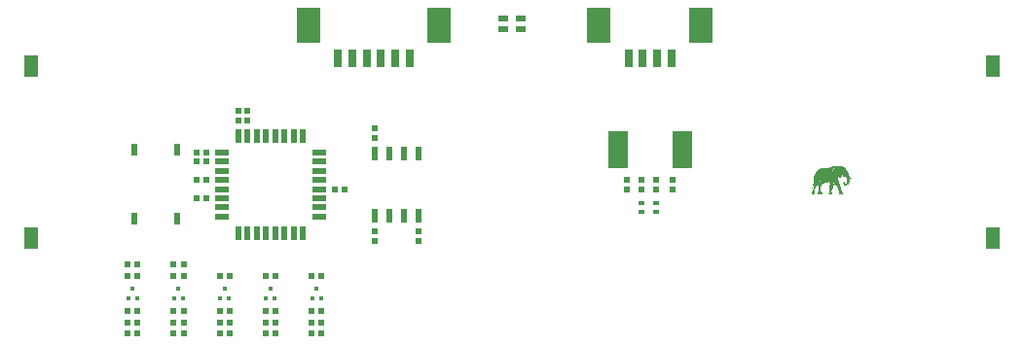
<source format=gts>
G04*
G04 #@! TF.GenerationSoftware,Altium Limited,Altium Designer,22.1.2 (22)*
G04*
G04 Layer_Color=8388736*
%FSLAX25Y25*%
%MOIN*%
G70*
G04*
G04 #@! TF.SameCoordinates,275DE8A0-DEE6-4034-A094-DBE044462E3A*
G04*
G04*
G04 #@! TF.FilePolarity,Negative*
G04*
G01*
G75*
%ADD27R,0.04803X0.07362*%
%ADD28R,0.02126X0.01929*%
%ADD29R,0.02441X0.04803*%
%ADD30R,0.07126X0.12677*%
%ADD31R,0.02244X0.01260*%
%ADD32R,0.01929X0.02126*%
%ADD33R,0.01654X0.01654*%
%ADD34R,0.02047X0.04016*%
%ADD35R,0.02047X0.04803*%
%ADD36R,0.04803X0.02047*%
%ADD37R,0.07953X0.11890*%
%ADD38R,0.03032X0.05984*%
%ADD39R,0.03228X0.02047*%
G36*
X110681Y14153D02*
X110947D01*
Y14087D01*
X111480D01*
Y14153D01*
X112146D01*
Y14087D01*
X112811D01*
Y14020D01*
X113211D01*
Y13954D01*
X113477D01*
Y13887D01*
X113544D01*
Y13821D01*
X113677D01*
Y13754D01*
X113810D01*
Y13688D01*
X113876D01*
Y13621D01*
X113943D01*
Y13554D01*
X114010D01*
Y13488D01*
X114076D01*
Y13421D01*
X114143D01*
Y13355D01*
X114209D01*
Y13288D01*
Y13221D01*
X114143D01*
Y13155D01*
Y13088D01*
X114209D01*
Y13155D01*
X114276D01*
Y13221D01*
X114342D01*
Y13155D01*
Y13088D01*
X114409D01*
Y13022D01*
Y12955D01*
X114542D01*
Y12889D01*
X114476D01*
Y12822D01*
X114609D01*
Y12755D01*
X114675D01*
Y12689D01*
Y12622D01*
Y12556D01*
X114742D01*
Y12489D01*
X114808D01*
Y12423D01*
Y12356D01*
X114875D01*
Y12290D01*
Y12223D01*
Y12156D01*
X114942D01*
Y12090D01*
Y12023D01*
X115008D01*
Y11957D01*
Y11890D01*
X115075D01*
Y11823D01*
Y11757D01*
X115141D01*
Y11690D01*
X115208D01*
Y11624D01*
Y11557D01*
X115275D01*
Y11491D01*
Y11424D01*
X115341D01*
Y11357D01*
X115408D01*
Y11291D01*
X115341D01*
Y11224D01*
X115408D01*
Y11158D01*
X115474D01*
Y11091D01*
Y11025D01*
Y10958D01*
X115541D01*
Y10892D01*
Y10825D01*
Y10758D01*
X115607D01*
Y10692D01*
Y10625D01*
Y10559D01*
Y10492D01*
Y10425D01*
X115674D01*
Y10359D01*
Y10292D01*
X116539D01*
Y10226D01*
X116473D01*
Y10159D01*
X116340D01*
Y10093D01*
X116073D01*
Y10026D01*
X116473D01*
Y9960D01*
X116406D01*
Y9893D01*
X116340D01*
Y9960D01*
X116273D01*
Y9893D01*
X116207D01*
Y9826D01*
X115741D01*
Y9760D01*
Y9693D01*
Y9627D01*
Y9560D01*
Y9493D01*
Y9427D01*
Y9360D01*
Y9294D01*
Y9227D01*
Y9161D01*
X115674D01*
Y9094D01*
Y9027D01*
Y8961D01*
Y8894D01*
X115607D01*
Y8828D01*
X115541D01*
Y8761D01*
X115607D01*
Y8695D01*
X115541D01*
Y8628D01*
X115474D01*
Y8562D01*
X115408D01*
Y8495D01*
X115474D01*
Y8428D01*
X115408D01*
Y8362D01*
Y8295D01*
X115341D01*
Y8362D01*
X115275D01*
Y8295D01*
X115341D01*
Y8229D01*
Y8162D01*
X115275D01*
Y8095D01*
X115208D01*
Y8029D01*
Y7962D01*
X115141D01*
Y7896D01*
X115008D01*
Y7829D01*
Y7763D01*
X114875D01*
Y7696D01*
X114808D01*
Y7630D01*
X114675D01*
Y7563D01*
X114476D01*
Y7496D01*
X114143D01*
Y7563D01*
X113943D01*
Y7630D01*
X113810D01*
Y7696D01*
X113743D01*
Y7763D01*
X113677D01*
Y7829D01*
X113610D01*
Y7896D01*
Y7962D01*
Y8029D01*
X113544D01*
Y8095D01*
Y8162D01*
X113477D01*
Y8229D01*
Y8295D01*
Y8362D01*
Y8428D01*
X113544D01*
Y8495D01*
X113610D01*
Y8562D01*
X113544D01*
Y8628D01*
X113610D01*
Y8695D01*
Y8761D01*
X113677D01*
Y8828D01*
X113743D01*
Y8894D01*
X113810D01*
Y8961D01*
X114010D01*
Y8894D01*
X114076D01*
Y8828D01*
Y8761D01*
X114010D01*
Y8695D01*
X114076D01*
Y8628D01*
Y8562D01*
X114010D01*
Y8495D01*
X113943D01*
Y8428D01*
Y8362D01*
Y8295D01*
X114010D01*
Y8229D01*
X114143D01*
Y8162D01*
X114342D01*
Y8229D01*
X114476D01*
Y8295D01*
X114542D01*
Y8362D01*
X114609D01*
Y8428D01*
Y8495D01*
Y8562D01*
X114675D01*
Y8628D01*
X114742D01*
Y8695D01*
X114675D01*
Y8761D01*
X114742D01*
Y8828D01*
Y8894D01*
Y8961D01*
Y9027D01*
Y9094D01*
Y9161D01*
Y9227D01*
Y9294D01*
Y9360D01*
Y9427D01*
Y9493D01*
Y9560D01*
X114808D01*
Y9627D01*
X114742D01*
Y9693D01*
Y9760D01*
X114675D01*
Y9826D01*
Y9893D01*
X114609D01*
Y9960D01*
Y10026D01*
Y10093D01*
X114542D01*
Y10159D01*
Y10226D01*
X114476D01*
Y10292D01*
Y10359D01*
X114409D01*
Y10425D01*
X114010D01*
Y10359D01*
X113810D01*
Y10425D01*
X113743D01*
Y10492D01*
X113610D01*
Y10559D01*
X113544D01*
Y10625D01*
X113410D01*
Y10692D01*
X112944D01*
Y10625D01*
X112878D01*
Y10559D01*
X112745D01*
Y10492D01*
Y10425D01*
X112545D01*
Y10359D01*
Y10292D01*
X112412D01*
Y10226D01*
X112279D01*
Y10292D01*
X112212D01*
Y10226D01*
X112079D01*
Y10292D01*
X111946D01*
Y10359D01*
X111813D01*
Y10425D01*
X111680D01*
Y10492D01*
Y10559D01*
X111613D01*
Y10492D01*
X111547D01*
Y10559D01*
X111480D01*
Y10625D01*
X111413D01*
Y10692D01*
Y10758D01*
X111480D01*
Y10825D01*
X111347D01*
Y10758D01*
Y10692D01*
X111280D01*
Y10758D01*
X111214D01*
Y10825D01*
X111147D01*
Y10892D01*
X111081D01*
Y10958D01*
X111014D01*
Y11025D01*
X110947D01*
Y11091D01*
X110881D01*
Y11158D01*
X110814D01*
Y11224D01*
Y11291D01*
X110748D01*
Y11357D01*
X110681D01*
Y11424D01*
X110615D01*
Y11491D01*
Y11557D01*
X110548D01*
Y11624D01*
X110481D01*
Y11690D01*
Y11757D01*
X110415D01*
Y11690D01*
Y11624D01*
X110481D01*
Y11557D01*
Y11491D01*
X110548D01*
Y11424D01*
Y11357D01*
X110615D01*
Y11291D01*
X110681D01*
Y11224D01*
X110748D01*
Y11158D01*
Y11091D01*
X110814D01*
Y11025D01*
X110881D01*
Y10958D01*
X110947D01*
Y10892D01*
X111014D01*
Y10825D01*
X111081D01*
Y10758D01*
X111214D01*
Y10692D01*
X111280D01*
Y10625D01*
X111347D01*
Y10559D01*
X111413D01*
Y10492D01*
X111547D01*
Y10425D01*
X111613D01*
Y10359D01*
Y10292D01*
X111746D01*
Y10226D01*
Y10159D01*
Y10093D01*
Y10026D01*
Y9960D01*
Y9893D01*
Y9826D01*
Y9760D01*
X111813D01*
Y9693D01*
Y9627D01*
Y9560D01*
Y9493D01*
Y9427D01*
Y9360D01*
Y9294D01*
Y9227D01*
X111879D01*
Y9161D01*
X111946D01*
Y9094D01*
Y9027D01*
Y8961D01*
X112013D01*
Y8894D01*
Y8828D01*
X112079D01*
Y8761D01*
Y8695D01*
Y8628D01*
Y8562D01*
Y8495D01*
X112146D01*
Y8428D01*
Y8362D01*
Y8295D01*
X112212D01*
Y8229D01*
Y8162D01*
X112146D01*
Y8095D01*
X112212D01*
Y8029D01*
X112279D01*
Y7962D01*
Y7896D01*
X112212D01*
Y7829D01*
X112279D01*
Y7763D01*
Y7696D01*
X112345D01*
Y7630D01*
Y7563D01*
Y7496D01*
X112412D01*
Y7430D01*
Y7363D01*
Y7297D01*
Y7230D01*
X112478D01*
Y7164D01*
Y7097D01*
Y7030D01*
X112545D01*
Y6964D01*
X112478D01*
Y6897D01*
X112545D01*
Y6831D01*
X112612D01*
Y6764D01*
Y6697D01*
Y6631D01*
X112678D01*
Y6564D01*
Y6498D01*
Y6431D01*
X112745D01*
Y6365D01*
X112678D01*
Y6298D01*
X112745D01*
Y6231D01*
Y6165D01*
X112811D01*
Y6098D01*
X112745D01*
Y6032D01*
X112811D01*
Y5965D01*
Y5899D01*
Y5832D01*
Y5765D01*
Y5699D01*
X112878D01*
Y5632D01*
Y5566D01*
Y5499D01*
X112944D01*
Y5433D01*
Y5366D01*
X113011D01*
Y5300D01*
Y5233D01*
X113078D01*
Y5166D01*
Y5100D01*
X113144D01*
Y5033D01*
X113211D01*
Y4967D01*
Y4900D01*
X113277D01*
Y4834D01*
X113344D01*
Y4767D01*
X113410D01*
Y4700D01*
Y4634D01*
X113344D01*
Y4567D01*
X113144D01*
Y4501D01*
X112545D01*
Y4434D01*
X112478D01*
Y4501D01*
X112013D01*
Y4567D01*
Y4634D01*
X111946D01*
Y4700D01*
Y4767D01*
Y4834D01*
Y4900D01*
X112013D01*
Y4967D01*
Y5033D01*
X112079D01*
Y5100D01*
X112146D01*
Y5166D01*
Y5233D01*
X112079D01*
Y5300D01*
Y5366D01*
Y5433D01*
X112013D01*
Y5499D01*
Y5566D01*
Y5632D01*
X111946D01*
Y5699D01*
Y5765D01*
Y5832D01*
X111879D01*
Y5899D01*
Y5965D01*
X111813D01*
Y6032D01*
Y6098D01*
X111746D01*
Y6165D01*
Y6231D01*
X111680D01*
Y6298D01*
Y6365D01*
X111613D01*
Y6431D01*
X111547D01*
Y6498D01*
Y6564D01*
X111480D01*
Y6631D01*
X111547D01*
Y6697D01*
X111413D01*
Y6764D01*
Y6831D01*
Y6897D01*
X111280D01*
Y6964D01*
Y7030D01*
X111214D01*
Y7097D01*
Y7164D01*
X111147D01*
Y7230D01*
X111081D01*
Y7297D01*
X111214D01*
Y7363D01*
X111014D01*
Y7430D01*
X110947D01*
Y7496D01*
Y7563D01*
X110881D01*
Y7630D01*
X110814D01*
Y7696D01*
X110748D01*
Y7763D01*
X110681D01*
Y7829D01*
X110615D01*
Y7896D01*
X110548D01*
Y7962D01*
X110481D01*
Y8029D01*
X110415D01*
Y8095D01*
X110348D01*
Y8162D01*
X110282D01*
Y8229D01*
X110215D01*
Y8295D01*
Y8362D01*
X110149D01*
Y8428D01*
X110082D01*
Y8495D01*
Y8562D01*
X110015D01*
Y8628D01*
X109949D01*
Y8695D01*
Y8761D01*
X109882D01*
Y8828D01*
Y8894D01*
X109816D01*
Y8961D01*
Y9027D01*
X109749D01*
Y8961D01*
Y8894D01*
X109816D01*
Y8828D01*
Y8761D01*
X109882D01*
Y8695D01*
Y8628D01*
X109949D01*
Y8562D01*
Y8495D01*
X110015D01*
Y8428D01*
X110082D01*
Y8362D01*
Y8295D01*
X110149D01*
Y8229D01*
X110215D01*
Y8162D01*
Y8095D01*
X110282D01*
Y8029D01*
Y7962D01*
Y7896D01*
Y7829D01*
X110215D01*
Y7763D01*
Y7696D01*
Y7630D01*
X110149D01*
Y7563D01*
Y7496D01*
Y7430D01*
X110082D01*
Y7363D01*
Y7297D01*
X110015D01*
Y7230D01*
Y7164D01*
Y7097D01*
X109949D01*
Y7030D01*
Y6964D01*
Y6897D01*
X109882D01*
Y6831D01*
Y6764D01*
Y6697D01*
Y6631D01*
X109816D01*
Y6564D01*
Y6498D01*
Y6431D01*
Y6365D01*
X109749D01*
Y6298D01*
Y6231D01*
Y6165D01*
X109683D01*
Y6098D01*
Y6032D01*
X109616D01*
Y5965D01*
Y5899D01*
Y5832D01*
X109549D01*
Y5765D01*
Y5699D01*
X109483D01*
Y5632D01*
Y5566D01*
Y5499D01*
Y5433D01*
Y5366D01*
X109416D01*
Y5300D01*
Y5233D01*
X109483D01*
Y5166D01*
Y5100D01*
Y5033D01*
X109549D01*
Y4967D01*
X109616D01*
Y4900D01*
X109683D01*
Y4834D01*
X109749D01*
Y4767D01*
X109816D01*
Y4700D01*
Y4634D01*
X109882D01*
Y4567D01*
Y4501D01*
Y4434D01*
X109749D01*
Y4368D01*
X108884D01*
Y4434D01*
X108684D01*
Y4368D01*
X108351D01*
Y4434D01*
X108284D01*
Y4501D01*
Y4567D01*
Y4634D01*
Y4700D01*
X108351D01*
Y4767D01*
Y4834D01*
X108418D01*
Y4900D01*
X108551D01*
Y4967D01*
Y5033D01*
Y5100D01*
X108617D01*
Y5166D01*
X108551D01*
Y5233D01*
Y5300D01*
Y5366D01*
Y5433D01*
Y5499D01*
Y5566D01*
Y5632D01*
Y5699D01*
Y5765D01*
Y5832D01*
Y5899D01*
X108617D01*
Y5965D01*
Y6032D01*
Y6098D01*
Y6165D01*
Y6231D01*
Y6298D01*
Y6365D01*
Y6431D01*
X108684D01*
Y6498D01*
Y6564D01*
Y6631D01*
Y6697D01*
Y6764D01*
X108750D01*
Y6831D01*
Y6897D01*
Y6964D01*
Y7030D01*
Y7097D01*
Y7164D01*
X108817D01*
Y7230D01*
Y7297D01*
Y7363D01*
Y7430D01*
Y7496D01*
Y7563D01*
Y7630D01*
Y7696D01*
Y7763D01*
Y7829D01*
Y7896D01*
Y7962D01*
X108884D01*
Y8029D01*
X108817D01*
Y8095D01*
Y8162D01*
Y8229D01*
Y8295D01*
Y8362D01*
Y8428D01*
Y8495D01*
Y8562D01*
X108750D01*
Y8628D01*
Y8695D01*
Y8761D01*
X108617D01*
Y8695D01*
X108484D01*
Y8628D01*
X108351D01*
Y8562D01*
X108218D01*
Y8495D01*
X108018D01*
Y8428D01*
X107818D01*
Y8362D01*
X107486D01*
Y8295D01*
X107352D01*
Y8362D01*
X107153D01*
Y8295D01*
X106687D01*
Y8362D01*
X106620D01*
Y8295D01*
X106687D01*
Y8229D01*
X106554D01*
Y8162D01*
Y8095D01*
X106487D01*
Y8029D01*
X106421D01*
Y7962D01*
X106354D01*
Y7896D01*
X106287D01*
Y7829D01*
X106221D01*
Y7763D01*
X106154D01*
Y7696D01*
X106088D01*
Y7630D01*
X106021D01*
Y7563D01*
Y7496D01*
X105955D01*
Y7430D01*
Y7363D01*
Y7297D01*
X105888D01*
Y7230D01*
Y7164D01*
X105821D01*
Y7097D01*
Y7030D01*
Y6964D01*
X105755D01*
Y6897D01*
Y6831D01*
Y6764D01*
Y6697D01*
X105821D01*
Y6631D01*
Y6564D01*
Y6498D01*
Y6431D01*
Y6365D01*
Y6298D01*
Y6231D01*
Y6165D01*
Y6098D01*
Y6032D01*
Y5965D01*
Y5899D01*
Y5832D01*
Y5765D01*
Y5699D01*
Y5632D01*
X105888D01*
Y5566D01*
Y5499D01*
Y5433D01*
X105955D01*
Y5366D01*
Y5300D01*
X106021D01*
Y5233D01*
X106088D01*
Y5166D01*
X106154D01*
Y5100D01*
X106221D01*
Y5033D01*
X106287D01*
Y4967D01*
X106354D01*
Y4900D01*
X106421D01*
Y4834D01*
X106487D01*
Y4767D01*
Y4700D01*
Y4634D01*
X106421D01*
Y4567D01*
X104956D01*
Y4634D01*
X104823D01*
Y4700D01*
Y4767D01*
Y4834D01*
Y4900D01*
Y4967D01*
Y5033D01*
Y5100D01*
Y5166D01*
Y5233D01*
Y5300D01*
Y5366D01*
Y5433D01*
Y5499D01*
Y5566D01*
X104889D01*
Y5632D01*
Y5699D01*
Y5765D01*
Y5832D01*
Y5899D01*
X104956D01*
Y5965D01*
Y6032D01*
Y6098D01*
Y6165D01*
Y6231D01*
Y6298D01*
Y6365D01*
Y6431D01*
Y6498D01*
Y6564D01*
Y6631D01*
Y6697D01*
Y6764D01*
Y6831D01*
Y6897D01*
Y6964D01*
X104889D01*
Y7030D01*
Y7097D01*
Y7164D01*
Y7230D01*
Y7297D01*
Y7363D01*
Y7430D01*
X104823D01*
Y7496D01*
X104756D01*
Y7563D01*
X104690D01*
Y7630D01*
X104756D01*
Y7696D01*
X104823D01*
Y7763D01*
X104889D01*
Y7829D01*
X104956D01*
Y7896D01*
X105023D01*
Y7962D01*
Y8029D01*
X105089D01*
Y8095D01*
X105222D01*
Y8162D01*
Y8229D01*
Y8295D01*
X105156D01*
Y8229D01*
X105089D01*
Y8162D01*
X105023D01*
Y8095D01*
X104956D01*
Y8029D01*
Y7962D01*
X104889D01*
Y7896D01*
X104823D01*
Y7962D01*
X104690D01*
Y7896D01*
X104823D01*
Y7829D01*
X104756D01*
Y7763D01*
X104690D01*
Y7696D01*
X104623D01*
Y7630D01*
Y7563D01*
X104557D01*
Y7496D01*
X104490D01*
Y7430D01*
X104423D01*
Y7363D01*
X104357D01*
Y7297D01*
Y7230D01*
X104290D01*
Y7164D01*
X104224D01*
Y7097D01*
Y7030D01*
X104157D01*
Y6964D01*
Y6897D01*
X104024D01*
Y6831D01*
X104090D01*
Y6764D01*
X104024D01*
Y6697D01*
X103957D01*
Y6631D01*
Y6564D01*
Y6498D01*
X103891D01*
Y6431D01*
Y6365D01*
X103824D01*
Y6298D01*
Y6231D01*
X103758D01*
Y6165D01*
X103824D01*
Y6098D01*
X103758D01*
Y6032D01*
Y5965D01*
Y5899D01*
Y5832D01*
X103691D01*
Y5899D01*
X103624D01*
Y5832D01*
X103691D01*
Y5765D01*
Y5699D01*
Y5632D01*
Y5566D01*
X103624D01*
Y5499D01*
Y5433D01*
Y5366D01*
X103558D01*
Y5300D01*
Y5233D01*
Y5166D01*
X103491D01*
Y5100D01*
X103558D01*
Y5033D01*
Y4967D01*
Y4900D01*
X103624D01*
Y4834D01*
X103558D01*
Y4900D01*
X103491D01*
Y4834D01*
X103558D01*
Y4767D01*
Y4700D01*
Y4634D01*
X103425D01*
Y4567D01*
X103358D01*
Y4634D01*
X102759D01*
Y4700D01*
X102692D01*
Y4767D01*
X102626D01*
Y4834D01*
Y4900D01*
X102559D01*
Y4967D01*
Y5033D01*
Y5100D01*
Y5166D01*
Y5233D01*
Y5300D01*
X102626D01*
Y5366D01*
Y5433D01*
X102692D01*
Y5499D01*
X102759D01*
Y5566D01*
X102826D01*
Y5632D01*
X102892D01*
Y5566D01*
X102959D01*
Y5632D01*
X102892D01*
Y5699D01*
Y5765D01*
Y5832D01*
Y5899D01*
X102959D01*
Y5965D01*
Y6032D01*
Y6098D01*
X103025D01*
Y6165D01*
Y6231D01*
X103092D01*
Y6298D01*
Y6365D01*
X102959D01*
Y6298D01*
X102892D01*
Y6365D01*
Y6431D01*
X102759D01*
Y6498D01*
Y6564D01*
X102826D01*
Y6631D01*
Y6697D01*
Y6764D01*
Y6831D01*
Y6897D01*
X102892D01*
Y6964D01*
Y7030D01*
Y7097D01*
X102959D01*
Y7164D01*
Y7230D01*
Y7297D01*
Y7363D01*
X103025D01*
Y7430D01*
Y7496D01*
Y7563D01*
X103092D01*
Y7630D01*
Y7696D01*
Y7763D01*
X103158D01*
Y7829D01*
Y7896D01*
Y7962D01*
Y8029D01*
X103225D01*
Y7962D01*
X103292D01*
Y7896D01*
Y7829D01*
Y7763D01*
Y7696D01*
X103225D01*
Y7630D01*
Y7563D01*
Y7496D01*
Y7430D01*
X103158D01*
Y7363D01*
Y7297D01*
Y7230D01*
X103092D01*
Y7164D01*
Y7097D01*
Y7030D01*
Y6964D01*
Y6897D01*
Y6831D01*
Y6764D01*
Y6697D01*
Y6631D01*
Y6564D01*
Y6498D01*
X103025D01*
Y6431D01*
X103158D01*
Y6498D01*
Y6564D01*
Y6631D01*
X103225D01*
Y6697D01*
Y6764D01*
Y6831D01*
Y6897D01*
X103292D01*
Y6964D01*
Y7030D01*
Y7097D01*
Y7164D01*
Y7230D01*
X103358D01*
Y7297D01*
Y7363D01*
Y7430D01*
Y7496D01*
Y7563D01*
Y7630D01*
Y7696D01*
Y7763D01*
Y7829D01*
Y7896D01*
Y7962D01*
Y8029D01*
X103292D01*
Y8095D01*
X103225D01*
Y8162D01*
Y8229D01*
Y8295D01*
X103292D01*
Y8362D01*
Y8428D01*
Y8495D01*
Y8562D01*
Y8628D01*
Y8695D01*
Y8761D01*
Y8828D01*
X103358D01*
Y8894D01*
Y8961D01*
Y9027D01*
Y9094D01*
Y9161D01*
Y9227D01*
Y9294D01*
X103425D01*
Y9360D01*
Y9427D01*
Y9493D01*
Y9560D01*
Y9627D01*
Y9693D01*
Y9760D01*
Y9826D01*
Y9893D01*
Y9960D01*
Y10026D01*
Y10093D01*
Y10159D01*
Y10226D01*
Y10292D01*
Y10359D01*
Y10425D01*
Y10492D01*
Y10559D01*
X103491D01*
Y10625D01*
Y10692D01*
Y10758D01*
Y10825D01*
Y10892D01*
X103558D01*
Y10958D01*
Y11025D01*
X103624D01*
Y11091D01*
Y11158D01*
Y11224D01*
X103691D01*
Y11291D01*
X103758D01*
Y11357D01*
Y11424D01*
X103824D01*
Y11491D01*
Y11557D01*
X103957D01*
Y11624D01*
Y11690D01*
Y11757D01*
X104024D01*
Y11823D01*
X104090D01*
Y11890D01*
X104224D01*
Y11957D01*
X104157D01*
Y12023D01*
X104224D01*
Y12090D01*
X104290D01*
Y12156D01*
Y12223D01*
X104357D01*
Y12290D01*
X104423D01*
Y12356D01*
Y12423D01*
X104490D01*
Y12489D01*
X104557D01*
Y12556D01*
X104623D01*
Y12489D01*
X104690D01*
Y12556D01*
X104623D01*
Y12622D01*
Y12689D01*
X104690D01*
Y12755D01*
X104756D01*
Y12822D01*
X104823D01*
Y12889D01*
X104889D01*
Y12955D01*
X105089D01*
Y13022D01*
Y13088D01*
X105156D01*
Y13022D01*
X105222D01*
Y13088D01*
Y13155D01*
X105355D01*
Y13221D01*
X105489D01*
Y13288D01*
X105755D01*
Y13355D01*
X105955D01*
Y13288D01*
X106021D01*
Y13355D01*
X105955D01*
Y13421D01*
X106487D01*
Y13488D01*
X108085D01*
Y13554D01*
X108418D01*
Y13621D01*
X108617D01*
Y13688D01*
X108817D01*
Y13754D01*
X109017D01*
Y13821D01*
X109283D01*
Y13887D01*
X109483D01*
Y13954D01*
X109749D01*
Y14020D01*
X109882D01*
Y14087D01*
X110082D01*
Y14153D01*
X110149D01*
Y14087D01*
X110215D01*
Y14153D01*
X110282D01*
Y14087D01*
X110348D01*
Y14153D01*
X110282D01*
Y14220D01*
X110681D01*
Y14153D01*
D02*
G37*
%LPC*%
G36*
X111014Y13821D02*
X110947D01*
Y13754D01*
X111014D01*
Y13688D01*
X111081D01*
Y13754D01*
X111014D01*
Y13821D01*
D02*
G37*
G36*
Y13688D02*
X110947D01*
Y13621D01*
X111014D01*
Y13688D01*
D02*
G37*
G36*
X110947Y13621D02*
X110881D01*
Y13554D01*
X110947D01*
Y13621D01*
D02*
G37*
G36*
X110814D02*
X110615D01*
Y13554D01*
X110814D01*
Y13621D01*
D02*
G37*
G36*
X110615Y13554D02*
X110415D01*
Y13488D01*
X110282D01*
Y13421D01*
X110149D01*
Y13355D01*
X110082D01*
Y13288D01*
X110015D01*
Y13221D01*
X109949D01*
Y13155D01*
Y13088D01*
Y13022D01*
Y12955D01*
Y12889D01*
Y12822D01*
Y12755D01*
Y12689D01*
Y12622D01*
X110015D01*
Y12556D01*
Y12489D01*
Y12423D01*
Y12356D01*
X110082D01*
Y12290D01*
Y12223D01*
Y12156D01*
X110149D01*
Y12223D01*
Y12290D01*
Y12356D01*
X110082D01*
Y12423D01*
Y12489D01*
Y12556D01*
Y12622D01*
Y12689D01*
X110015D01*
Y12755D01*
Y12822D01*
Y12889D01*
Y12955D01*
Y13022D01*
Y13088D01*
Y13155D01*
X110082D01*
Y13221D01*
X110149D01*
Y13155D01*
X110215D01*
Y13221D01*
X110149D01*
Y13288D01*
X110282D01*
Y13355D01*
X110348D01*
Y13421D01*
X110481D01*
Y13488D01*
X110615D01*
Y13554D01*
D02*
G37*
G36*
X105089Y12889D02*
X105023D01*
Y12822D01*
X105089D01*
Y12889D01*
D02*
G37*
G36*
X113544Y12822D02*
X113477D01*
Y12755D01*
X113544D01*
Y12689D01*
X113743D01*
Y12622D01*
X113810D01*
Y12689D01*
X113876D01*
Y12755D01*
X113544D01*
Y12822D01*
D02*
G37*
G36*
X113810Y12955D02*
X113610D01*
Y12889D01*
X113810D01*
Y12822D01*
X113876D01*
Y12755D01*
X113943D01*
Y12689D01*
Y12622D01*
Y12556D01*
X114010D01*
Y12622D01*
Y12689D01*
Y12755D01*
X113943D01*
Y12822D01*
X113876D01*
Y12889D01*
X113810D01*
Y12955D01*
D02*
G37*
G36*
X109882Y12689D02*
X109816D01*
Y12622D01*
Y12556D01*
X109949D01*
Y12622D01*
X109882D01*
Y12689D01*
D02*
G37*
G36*
X110215Y12090D02*
X110149D01*
Y12023D01*
X110215D01*
Y12090D01*
D02*
G37*
G36*
X110415Y11890D02*
X110348D01*
Y11823D01*
X110415D01*
Y11890D01*
D02*
G37*
G36*
X113277Y11823D02*
X113211D01*
Y11757D01*
X113277D01*
Y11823D01*
D02*
G37*
G36*
X113344Y11624D02*
X113277D01*
Y11557D01*
Y11491D01*
Y11424D01*
X113344D01*
Y11491D01*
Y11557D01*
Y11624D01*
D02*
G37*
G36*
X113144Y11158D02*
X113078D01*
Y11091D01*
X113144D01*
Y11158D01*
D02*
G37*
G36*
X113277Y11291D02*
X113211D01*
Y11224D01*
Y11158D01*
Y11091D01*
X113277D01*
Y11025D01*
X113344D01*
Y11091D01*
X113277D01*
Y11158D01*
Y11224D01*
Y11291D01*
D02*
G37*
G36*
X113211Y11025D02*
X113144D01*
Y10958D01*
Y10892D01*
X113211D01*
Y10958D01*
Y11025D01*
D02*
G37*
G36*
X113144Y10892D02*
X113078D01*
Y10825D01*
Y10758D01*
X113144D01*
Y10825D01*
Y10892D01*
D02*
G37*
G36*
X113876Y10492D02*
X113810D01*
Y10425D01*
X113876D01*
Y10492D01*
D02*
G37*
G36*
X111413D02*
X111347D01*
Y10425D01*
X111413D01*
Y10492D01*
D02*
G37*
G36*
X112478Y10425D02*
X112412D01*
Y10359D01*
X112478D01*
Y10425D01*
D02*
G37*
G36*
X105622Y9560D02*
X105555D01*
Y9493D01*
X105622D01*
Y9560D01*
D02*
G37*
G36*
X109683Y9360D02*
X109616D01*
Y9294D01*
X109683D01*
Y9360D01*
D02*
G37*
G36*
X109749Y9161D02*
X109683D01*
Y9094D01*
X109749D01*
Y9161D01*
D02*
G37*
G36*
X105622Y9294D02*
X105555D01*
Y9227D01*
Y9161D01*
Y9094D01*
X105622D01*
Y9161D01*
Y9227D01*
Y9294D01*
D02*
G37*
G36*
X114010Y8894D02*
X113876D01*
Y8828D01*
X114010D01*
Y8894D01*
D02*
G37*
G36*
X105489Y9094D02*
X105422D01*
Y9027D01*
X105489D01*
Y8961D01*
Y8894D01*
Y8828D01*
X105555D01*
Y8894D01*
Y8961D01*
Y9027D01*
X105489D01*
Y9094D01*
D02*
G37*
G36*
X114010Y8695D02*
X113943D01*
Y8628D01*
X114010D01*
Y8695D01*
D02*
G37*
G36*
X112079Y8495D02*
X112013D01*
Y8428D01*
X112079D01*
Y8495D01*
D02*
G37*
G36*
X105489Y8828D02*
X105422D01*
Y8761D01*
Y8695D01*
X105355D01*
Y8628D01*
Y8562D01*
X105289D01*
Y8495D01*
Y8428D01*
X105222D01*
Y8362D01*
Y8295D01*
X105289D01*
Y8362D01*
X105355D01*
Y8428D01*
Y8495D01*
X105422D01*
Y8562D01*
Y8628D01*
X105489D01*
Y8695D01*
Y8761D01*
Y8828D01*
D02*
G37*
G36*
X113943Y8295D02*
X113876D01*
Y8229D01*
X113943D01*
Y8295D01*
D02*
G37*
G36*
X111613Y6764D02*
X111547D01*
Y6697D01*
X111613D01*
Y6764D01*
D02*
G37*
G36*
X112612Y6631D02*
X112545D01*
Y6564D01*
X112612D01*
Y6631D01*
D02*
G37*
G36*
X103824Y6498D02*
X103758D01*
Y6431D01*
X103824D01*
Y6498D01*
D02*
G37*
G36*
X103225Y6365D02*
X103158D01*
Y6298D01*
X103225D01*
Y6365D01*
D02*
G37*
G36*
X103558Y5499D02*
X103491D01*
Y5433D01*
X103558D01*
Y5499D01*
D02*
G37*
G36*
X103025Y4767D02*
X102959D01*
Y4700D01*
X103025D01*
Y4767D01*
D02*
G37*
%LPD*%
D27*
X164567Y-10630D02*
D03*
Y48425D02*
D03*
X-164567Y-10630D02*
D03*
Y48425D02*
D03*
D28*
X-31870Y-11535D02*
D03*
Y-8150D02*
D03*
X-46870Y-11535D02*
D03*
Y-8150D02*
D03*
Y23898D02*
D03*
Y27283D02*
D03*
X-90551Y29803D02*
D03*
Y33189D02*
D03*
X-93701Y29803D02*
D03*
Y33189D02*
D03*
X49500Y6181D02*
D03*
Y9567D02*
D03*
X44500Y6181D02*
D03*
Y9567D02*
D03*
X55000Y6181D02*
D03*
Y9567D02*
D03*
X39500D02*
D03*
Y6181D02*
D03*
D29*
X-31870Y-2756D02*
D03*
X-36870D02*
D03*
X-46870D02*
D03*
X-41870D02*
D03*
X-31870Y18504D02*
D03*
X-36870D02*
D03*
X-46870D02*
D03*
X-41870D02*
D03*
D30*
X58268Y19685D02*
D03*
X36220D02*
D03*
D31*
X44500Y1378D02*
D03*
Y-1378D02*
D03*
X49500Y1378D02*
D03*
Y-1378D02*
D03*
D32*
X-128228Y-19685D02*
D03*
X-131614D02*
D03*
Y-23622D02*
D03*
X-128228D02*
D03*
X-131614Y-35433D02*
D03*
X-128228D02*
D03*
X-131614Y-39370D02*
D03*
X-128228D02*
D03*
X-131614Y-43307D02*
D03*
X-128228D02*
D03*
X-112480Y-19685D02*
D03*
X-115866D02*
D03*
X-115866Y-23622D02*
D03*
X-112480D02*
D03*
X-115866Y-35433D02*
D03*
X-112480D02*
D03*
X-115866Y-39370D02*
D03*
X-112480D02*
D03*
X-112480Y-43307D02*
D03*
X-115866D02*
D03*
X-60748Y6299D02*
D03*
X-57362D02*
D03*
X-104606Y9449D02*
D03*
X-107992D02*
D03*
X-104606Y3150D02*
D03*
X-107992D02*
D03*
X-68622Y-35433D02*
D03*
X-65236D02*
D03*
X-68622Y-39370D02*
D03*
X-65236D02*
D03*
Y-43307D02*
D03*
X-68622D02*
D03*
X-80984D02*
D03*
X-84370D02*
D03*
Y-39370D02*
D03*
X-80984D02*
D03*
X-84370Y-35433D02*
D03*
X-80984D02*
D03*
X-96732Y-43307D02*
D03*
X-100118D02*
D03*
Y-39370D02*
D03*
X-96732D02*
D03*
X-100118Y-35433D02*
D03*
X-96732D02*
D03*
X-80984Y-23622D02*
D03*
X-84370D02*
D03*
X-96732D02*
D03*
X-100118D02*
D03*
X-65236D02*
D03*
X-68622D02*
D03*
X-104606Y15748D02*
D03*
X-107992D02*
D03*
Y18898D02*
D03*
X-104606D02*
D03*
D33*
X-129921Y-27756D02*
D03*
X-128445Y-31299D02*
D03*
X-131398D02*
D03*
X-114173Y-27756D02*
D03*
X-112697Y-31299D02*
D03*
X-115650D02*
D03*
X-66929Y-27756D02*
D03*
X-65453Y-31299D02*
D03*
X-68405D02*
D03*
X-82677Y-27756D02*
D03*
X-81201Y-31299D02*
D03*
X-84153D02*
D03*
X-98425Y-27756D02*
D03*
X-96949Y-31299D02*
D03*
X-99902D02*
D03*
D34*
X-114764Y-3937D02*
D03*
X-129331D02*
D03*
X-114764Y19685D02*
D03*
X-129331D02*
D03*
D35*
X-93701Y24606D02*
D03*
X-90551D02*
D03*
X-87402D02*
D03*
X-84252D02*
D03*
X-81102D02*
D03*
X-77953D02*
D03*
X-74803D02*
D03*
X-71653D02*
D03*
Y-8858D02*
D03*
X-74803D02*
D03*
X-77953D02*
D03*
X-81102D02*
D03*
X-84252D02*
D03*
X-87402D02*
D03*
X-90551D02*
D03*
X-93701D02*
D03*
D36*
X-65945Y18898D02*
D03*
Y15748D02*
D03*
Y12598D02*
D03*
Y9449D02*
D03*
Y6299D02*
D03*
Y3150D02*
D03*
Y0D02*
D03*
Y-3150D02*
D03*
X-99410D02*
D03*
Y0D02*
D03*
Y3150D02*
D03*
Y6299D02*
D03*
Y9449D02*
D03*
Y12598D02*
D03*
Y15748D02*
D03*
Y18898D02*
D03*
D37*
X-24959Y62598D02*
D03*
X-69644D02*
D03*
X29823Y62598D02*
D03*
X64665D02*
D03*
D38*
X-39920Y51181D02*
D03*
X-34998D02*
D03*
X-44841D02*
D03*
X-54684D02*
D03*
X-49762D02*
D03*
X-59605D02*
D03*
X39862Y51181D02*
D03*
X44783D02*
D03*
X54626D02*
D03*
X49705D02*
D03*
D39*
X3150Y64764D02*
D03*
X-3150D02*
D03*
Y61221D02*
D03*
X3150D02*
D03*
M02*

</source>
